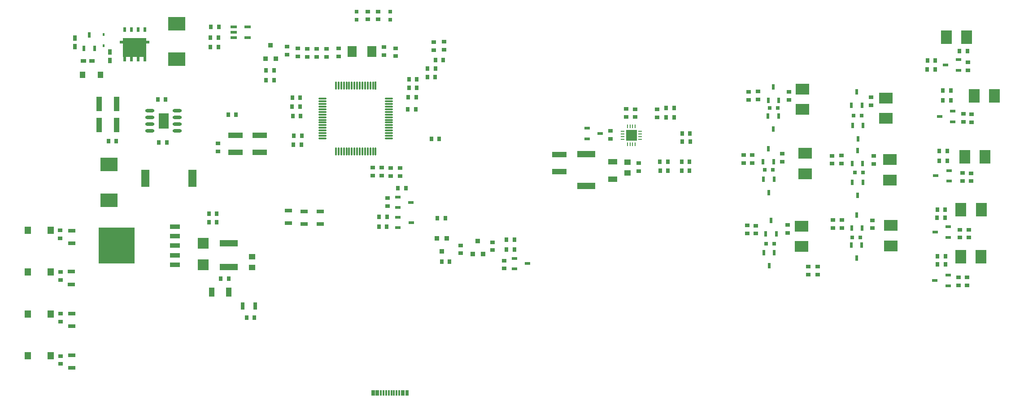
<source format=gtp>
G04*
G04 #@! TF.GenerationSoftware,Altium Limited,Altium Designer,23.10.1 (27)*
G04*
G04 Layer_Color=8421504*
%FSLAX25Y25*%
%MOIN*%
G70*
G04*
G04 #@! TF.SameCoordinates,4B5F03CF-9F67-499E-902A-73A7A51B6F95*
G04*
G04*
G04 #@! TF.FilePolarity,Positive*
G04*
G01*
G75*
%ADD20R,0.02559X0.05315*%
%ADD21R,0.01102X0.02618*%
%ADD22R,0.02618X0.01102*%
%ADD23R,0.08425X0.08425*%
%ADD24R,0.01181X0.03937*%
%ADD25R,0.07284X0.03740*%
%ADD26R,0.26772X0.26772*%
%ADD27R,0.04842X0.05354*%
%ADD28R,0.04724X0.01968*%
%ADD29R,0.03937X0.02362*%
%ADD30R,0.03543X0.03740*%
%ADD31R,0.03543X0.03740*%
%ADD32R,0.07480X0.11811*%
%ADD33O,0.06890X0.02362*%
%ADD34R,0.03150X0.03000*%
%ADD35R,0.07874X0.07874*%
%ADD36O,0.01181X0.06299*%
%ADD37O,0.06299X0.01181*%
%ADD38R,0.01181X0.06299*%
%ADD39R,0.09843X0.07874*%
%ADD40R,0.01772X0.02323*%
%ADD41R,0.06693X0.07874*%
%ADD42R,0.06299X0.12598*%
%ADD43R,0.13780X0.04724*%
%ADD44R,0.10630X0.03937*%
%ADD45R,0.07087X0.03937*%
%ADD46R,0.03937X0.07087*%
%ADD47R,0.05118X0.03937*%
%ADD48R,0.02756X0.03347*%
%ADD49R,0.03347X0.02756*%
%ADD50R,0.05315X0.02559*%
%ADD51R,0.09843X0.14410*%
%ADD52R,0.07874X0.14410*%
%ADD53R,0.06299X0.01968*%
%ADD54R,0.02126X0.03543*%
%ADD55R,0.03000X0.03150*%
%ADD56R,0.02362X0.03937*%
%ADD57R,0.04331X0.04724*%
%ADD58R,0.12992X0.09843*%
%ADD59R,0.03000X0.04000*%
%ADD60R,0.04000X0.03000*%
%ADD61R,0.03937X0.10630*%
%ADD62R,0.13780X0.05118*%
%ADD63R,0.07874X0.09843*%
D20*
X178749Y88300D02*
D03*
X169300D02*
D03*
D21*
X455262Y208689D02*
D03*
X457231D02*
D03*
X459199D02*
D03*
X461168D02*
D03*
Y221741D02*
D03*
X459199D02*
D03*
X457231D02*
D03*
X455262D02*
D03*
D22*
X464741Y212262D02*
D03*
Y214231D02*
D03*
Y216199D02*
D03*
Y218168D02*
D03*
X451689D02*
D03*
Y216199D02*
D03*
Y214231D02*
D03*
Y212262D02*
D03*
D23*
X458215Y215215D02*
D03*
D24*
X265711Y23700D02*
D03*
X266892D02*
D03*
X268861D02*
D03*
X270042D02*
D03*
X272010D02*
D03*
X273979D02*
D03*
X275947D02*
D03*
X277916D02*
D03*
X279884D02*
D03*
X281853D02*
D03*
X283821D02*
D03*
X285790D02*
D03*
X287758D02*
D03*
X288939D02*
D03*
X292089D02*
D03*
X290908D02*
D03*
D25*
X118900Y118900D02*
D03*
Y125987D02*
D03*
Y133073D02*
D03*
Y140160D02*
D03*
Y147247D02*
D03*
D26*
X75593Y133353D02*
D03*
D27*
X26790Y113462D02*
D03*
X9586D02*
D03*
X26790Y82295D02*
D03*
X9586D02*
D03*
X26790Y51129D02*
D03*
X9586D02*
D03*
X26790Y144629D02*
D03*
X9586D02*
D03*
D28*
X162782Y295837D02*
D03*
Y291900D02*
D03*
Y287963D02*
D03*
X173018D02*
D03*
Y295837D02*
D03*
D29*
X425350Y212541D02*
D03*
X435192Y216478D02*
D03*
X425350Y220415D02*
D03*
X371300Y115826D02*
D03*
X381143Y119763D02*
D03*
X371300Y123700D02*
D03*
X284600Y161426D02*
D03*
X294443Y165363D02*
D03*
X284600Y169300D02*
D03*
X284700Y146426D02*
D03*
X294543Y150363D02*
D03*
X284700Y154300D02*
D03*
X701415Y263615D02*
D03*
X691573Y267552D02*
D03*
X701415Y271489D02*
D03*
X693615Y103215D02*
D03*
X683773Y107152D02*
D03*
X693615Y111089D02*
D03*
X694215Y181115D02*
D03*
X684373Y185052D02*
D03*
X694215Y188989D02*
D03*
X693815Y139215D02*
D03*
X683973Y143152D02*
D03*
X693815Y147089D02*
D03*
X697115Y225215D02*
D03*
X687273Y229152D02*
D03*
X697115Y233089D02*
D03*
D30*
X190200Y282221D02*
D03*
X186460Y272379D02*
D03*
X340460Y126779D02*
D03*
X344200Y136621D02*
D03*
X321040Y138621D02*
D03*
X317300Y128779D02*
D03*
D31*
X193940Y272379D02*
D03*
X347940Y126779D02*
D03*
X313560Y138621D02*
D03*
D32*
X110600Y226000D02*
D03*
D33*
X100364Y233500D02*
D03*
Y228500D02*
D03*
Y223500D02*
D03*
Y218500D02*
D03*
X120836Y233500D02*
D03*
Y228500D02*
D03*
Y223500D02*
D03*
Y218500D02*
D03*
D34*
X561115Y235415D02*
D03*
X567115D02*
D03*
X564315Y134515D02*
D03*
X558315D02*
D03*
X628215Y139315D02*
D03*
X622215D02*
D03*
X630215Y187615D02*
D03*
X624215D02*
D03*
X563515Y189415D02*
D03*
X557515D02*
D03*
X629415Y229915D02*
D03*
X623415D02*
D03*
D35*
X140200Y134748D02*
D03*
Y119000D02*
D03*
D36*
X238672Y252300D02*
D03*
X242610D02*
D03*
X240641D02*
D03*
X244578D02*
D03*
X268200Y203087D02*
D03*
X266231D02*
D03*
X264263D02*
D03*
X262295D02*
D03*
X260326D02*
D03*
X258358D02*
D03*
X256389D02*
D03*
X254420D02*
D03*
X252452D02*
D03*
X250483D02*
D03*
X248515D02*
D03*
X246547D02*
D03*
X244578D02*
D03*
X242610D02*
D03*
X240641D02*
D03*
X238672D02*
D03*
X246547Y252300D02*
D03*
X248515D02*
D03*
X250483D02*
D03*
X252452D02*
D03*
X254420D02*
D03*
X256389D02*
D03*
X258358D02*
D03*
X262295D02*
D03*
X264263D02*
D03*
X266231D02*
D03*
X260326D02*
D03*
D37*
X278043Y242458D02*
D03*
Y240489D02*
D03*
Y238521D02*
D03*
Y236552D02*
D03*
Y234583D02*
D03*
Y232615D02*
D03*
Y230646D02*
D03*
Y228678D02*
D03*
Y226710D02*
D03*
Y224741D02*
D03*
Y222773D02*
D03*
Y220804D02*
D03*
Y218835D02*
D03*
Y216867D02*
D03*
Y214898D02*
D03*
Y212930D02*
D03*
X228830D02*
D03*
Y214898D02*
D03*
Y216867D02*
D03*
Y218835D02*
D03*
Y220804D02*
D03*
Y222773D02*
D03*
Y224741D02*
D03*
Y226710D02*
D03*
Y228678D02*
D03*
Y230646D02*
D03*
Y232615D02*
D03*
Y234583D02*
D03*
Y236552D02*
D03*
Y238521D02*
D03*
Y240489D02*
D03*
Y242458D02*
D03*
D38*
X268200Y252300D02*
D03*
D39*
X585515Y249554D02*
D03*
Y234476D02*
D03*
X584815Y132576D02*
D03*
Y147654D02*
D03*
X650915Y132976D02*
D03*
Y148054D02*
D03*
X650515Y181976D02*
D03*
Y197054D02*
D03*
X587215Y186676D02*
D03*
Y201754D02*
D03*
X647315Y227776D02*
D03*
Y242854D02*
D03*
D40*
X65900Y290054D02*
D03*
Y281747D02*
D03*
D41*
X250800Y277400D02*
D03*
X265367D02*
D03*
D42*
X132199Y183079D02*
D03*
X97159D02*
D03*
D43*
X424615Y177515D02*
D03*
Y201137D02*
D03*
D44*
X404715Y188220D02*
D03*
Y201015D02*
D03*
X164000Y202500D02*
D03*
Y215295D02*
D03*
X182000Y202500D02*
D03*
Y215295D02*
D03*
D45*
X444215Y182715D02*
D03*
Y195510D02*
D03*
D46*
X146400Y98400D02*
D03*
X159195D02*
D03*
D47*
X176500Y124874D02*
D03*
Y117000D02*
D03*
X455415Y187341D02*
D03*
Y195215D02*
D03*
D48*
X172294Y79700D02*
D03*
X178200D02*
D03*
X479554Y188937D02*
D03*
X485460D02*
D03*
X501826Y216715D02*
D03*
X495921D02*
D03*
X323205Y121100D02*
D03*
X317300D02*
D03*
X320005Y153500D02*
D03*
X314100D02*
D03*
X309594Y212500D02*
D03*
X315500D02*
D03*
X365394Y130200D02*
D03*
X371300D02*
D03*
X365494Y137500D02*
D03*
X371400D02*
D03*
X151600Y295900D02*
D03*
X145694D02*
D03*
X151406Y288000D02*
D03*
X145500D02*
D03*
X145395Y281000D02*
D03*
X151300D02*
D03*
X297905Y234600D02*
D03*
X292000D02*
D03*
X298800Y256800D02*
D03*
X292895D02*
D03*
X192605Y263600D02*
D03*
X186700D02*
D03*
X186794Y256100D02*
D03*
X192700D02*
D03*
X164506Y230500D02*
D03*
X158600D02*
D03*
X206300Y243200D02*
D03*
X212206D02*
D03*
X206100Y236400D02*
D03*
X212005D02*
D03*
X207100Y208100D02*
D03*
X213005D02*
D03*
X298400Y243700D02*
D03*
X292495D02*
D03*
X207400Y214900D02*
D03*
X213305D02*
D03*
X298800Y250400D02*
D03*
X292895D02*
D03*
X144295Y156900D02*
D03*
X150200D02*
D03*
X144295Y150400D02*
D03*
X150200D02*
D03*
X112206Y242000D02*
D03*
X106300D02*
D03*
X312595Y271200D02*
D03*
X318500D02*
D03*
X212506Y229700D02*
D03*
X206600D02*
D03*
X153200Y108500D02*
D03*
X159106D02*
D03*
X107100Y210000D02*
D03*
X113005D02*
D03*
X69600Y211000D02*
D03*
X75506D02*
D03*
X290600Y175900D02*
D03*
X284695D02*
D03*
X276600Y154600D02*
D03*
X270694D02*
D03*
X270600Y147100D02*
D03*
X276505D02*
D03*
X306795Y264800D02*
D03*
X312700D02*
D03*
X306594Y258600D02*
D03*
X312500D02*
D03*
X501520Y195615D02*
D03*
X495615D02*
D03*
X489921Y228580D02*
D03*
X484015D02*
D03*
X501465Y188937D02*
D03*
X495560D02*
D03*
X484010Y235515D02*
D03*
X489915D02*
D03*
X496015Y210415D02*
D03*
X501921D02*
D03*
X702109Y277915D02*
D03*
X708015D02*
D03*
X678209Y271015D02*
D03*
X684115D02*
D03*
X678010Y264315D02*
D03*
X683915D02*
D03*
X691620Y125215D02*
D03*
X685715D02*
D03*
X692920Y203415D02*
D03*
X687015D02*
D03*
X691620Y119115D02*
D03*
X685715D02*
D03*
X693020Y196215D02*
D03*
X687115D02*
D03*
X691521Y160015D02*
D03*
X685615D02*
D03*
X695720Y241315D02*
D03*
X689815D02*
D03*
X691421Y154015D02*
D03*
X685515D02*
D03*
X695620Y248615D02*
D03*
X689715D02*
D03*
X485260Y195537D02*
D03*
X479354D02*
D03*
D49*
X355100Y135706D02*
D03*
Y129800D02*
D03*
X331300Y133306D02*
D03*
Y127400D02*
D03*
X33788Y144429D02*
D03*
Y138523D02*
D03*
X33888Y82578D02*
D03*
Y76672D02*
D03*
X33988Y51029D02*
D03*
Y45123D02*
D03*
Y113429D02*
D03*
Y107523D02*
D03*
X262400Y301395D02*
D03*
Y307300D02*
D03*
X363800Y122006D02*
D03*
Y116100D02*
D03*
X202500Y275195D02*
D03*
Y281100D02*
D03*
X224300Y273694D02*
D03*
Y279600D02*
D03*
X283000Y274095D02*
D03*
Y280000D02*
D03*
X270200Y301395D02*
D03*
Y307300D02*
D03*
X240800Y273900D02*
D03*
Y279806D02*
D03*
X279300Y184900D02*
D03*
Y190806D02*
D03*
X272700Y185300D02*
D03*
Y191206D02*
D03*
X274300Y274900D02*
D03*
Y280806D02*
D03*
X231800Y279600D02*
D03*
Y273694D02*
D03*
X210300Y279800D02*
D03*
Y273895D02*
D03*
X266200Y185200D02*
D03*
Y191106D02*
D03*
X286400Y184900D02*
D03*
Y190806D02*
D03*
X319000Y278894D02*
D03*
Y284800D02*
D03*
X311500Y278695D02*
D03*
Y284600D02*
D03*
X217400Y279606D02*
D03*
Y273700D02*
D03*
X151200Y203200D02*
D03*
Y209106D02*
D03*
X277200Y168600D02*
D03*
Y162695D02*
D03*
X463715Y188510D02*
D03*
Y194415D02*
D03*
X708315Y269520D02*
D03*
Y263615D02*
D03*
X707815Y103509D02*
D03*
Y109415D02*
D03*
X710715Y181109D02*
D03*
Y187015D02*
D03*
X701215Y109421D02*
D03*
Y103515D02*
D03*
X704315Y187221D02*
D03*
Y181315D02*
D03*
X574315Y148521D02*
D03*
Y142615D02*
D03*
X637315Y152021D02*
D03*
Y146115D02*
D03*
X638415Y199920D02*
D03*
Y194015D02*
D03*
X544315Y142209D02*
D03*
Y148115D02*
D03*
X614715Y146210D02*
D03*
Y152115D02*
D03*
X607215Y194109D02*
D03*
Y200015D02*
D03*
X550715Y148021D02*
D03*
Y142115D02*
D03*
X608115Y152120D02*
D03*
Y146215D02*
D03*
X614515Y200120D02*
D03*
Y194215D02*
D03*
X709115Y139110D02*
D03*
Y145015D02*
D03*
X711115Y225009D02*
D03*
Y230915D02*
D03*
X702315Y145020D02*
D03*
Y139115D02*
D03*
X705015Y231120D02*
D03*
Y225215D02*
D03*
X570515Y201621D02*
D03*
Y195715D02*
D03*
X636315Y243520D02*
D03*
Y237615D02*
D03*
X575515Y247520D02*
D03*
Y241615D02*
D03*
X548150Y194541D02*
D03*
Y200447D02*
D03*
X545315Y241709D02*
D03*
Y247615D02*
D03*
X541750Y200552D02*
D03*
Y194647D02*
D03*
X552315Y242015D02*
D03*
Y247920D02*
D03*
X461115Y234715D02*
D03*
Y228809D02*
D03*
X442615Y218515D02*
D03*
Y212610D02*
D03*
X596815Y117515D02*
D03*
Y111609D02*
D03*
X477315Y228615D02*
D03*
Y234521D02*
D03*
X589815Y117515D02*
D03*
Y111609D02*
D03*
X454515Y229015D02*
D03*
Y234921D02*
D03*
D50*
X42388Y82578D02*
D03*
Y73129D02*
D03*
Y51578D02*
D03*
Y42129D02*
D03*
X42188Y113777D02*
D03*
Y104329D02*
D03*
X42388Y144378D02*
D03*
Y134929D02*
D03*
X226900Y149251D02*
D03*
Y158700D02*
D03*
X215000Y149151D02*
D03*
Y158600D02*
D03*
X203500Y149851D02*
D03*
Y159300D02*
D03*
D51*
X85441Y280472D02*
D03*
D52*
X93683D02*
D03*
D53*
X81188Y284508D02*
D03*
X96936D02*
D03*
D54*
X91562Y293760D02*
D03*
Y271722D02*
D03*
X81562Y293760D02*
D03*
X86562D02*
D03*
X81562Y271722D02*
D03*
X96562Y293760D02*
D03*
Y271722D02*
D03*
X86562D02*
D03*
D55*
X254000Y307300D02*
D03*
Y301300D02*
D03*
X278900Y307300D02*
D03*
Y301300D02*
D03*
D56*
X51526Y279900D02*
D03*
X55463Y289743D02*
D03*
X59400Y279900D02*
D03*
X564515Y127915D02*
D03*
X560578Y118072D02*
D03*
X556641Y127915D02*
D03*
X629515Y133615D02*
D03*
X625578Y123773D02*
D03*
X621641Y133615D02*
D03*
X630415Y180315D02*
D03*
X626478Y170473D02*
D03*
X622541Y180315D02*
D03*
X558115Y141915D02*
D03*
X562052Y151758D02*
D03*
X565989Y141915D02*
D03*
X621915Y146115D02*
D03*
X625852Y155957D02*
D03*
X629789Y146115D02*
D03*
X622315Y194115D02*
D03*
X626252Y203958D02*
D03*
X630189Y194115D02*
D03*
X564315Y182515D02*
D03*
X560378Y172672D02*
D03*
X556441Y182515D02*
D03*
X630515Y222515D02*
D03*
X626578Y212672D02*
D03*
X622641Y222515D02*
D03*
X567715Y229715D02*
D03*
X563778Y219872D02*
D03*
X559841Y229715D02*
D03*
X556015Y195415D02*
D03*
X559952Y205258D02*
D03*
X563889Y195415D02*
D03*
X621815Y237615D02*
D03*
X625752Y247458D02*
D03*
X629689Y237615D02*
D03*
X567789Y241315D02*
D03*
X563852Y251157D02*
D03*
X559915Y241315D02*
D03*
D57*
X63727Y260100D02*
D03*
X50400D02*
D03*
D58*
X120500Y298300D02*
D03*
Y271725D02*
D03*
X70100Y167000D02*
D03*
Y193575D02*
D03*
D59*
X44600Y281202D02*
D03*
Y287399D02*
D03*
X70700Y277098D02*
D03*
Y270902D02*
D03*
D60*
X51038Y270500D02*
D03*
X57235D02*
D03*
D61*
X75600Y238500D02*
D03*
X62805D02*
D03*
X75600Y223000D02*
D03*
X62805D02*
D03*
D62*
X159200Y135000D02*
D03*
Y117283D02*
D03*
D63*
X707454Y288315D02*
D03*
X692376D02*
D03*
X703076Y124815D02*
D03*
X718154D02*
D03*
X705976Y199315D02*
D03*
X721054D02*
D03*
X703176Y160015D02*
D03*
X718254D02*
D03*
X712976Y244415D02*
D03*
X728054D02*
D03*
M02*

</source>
